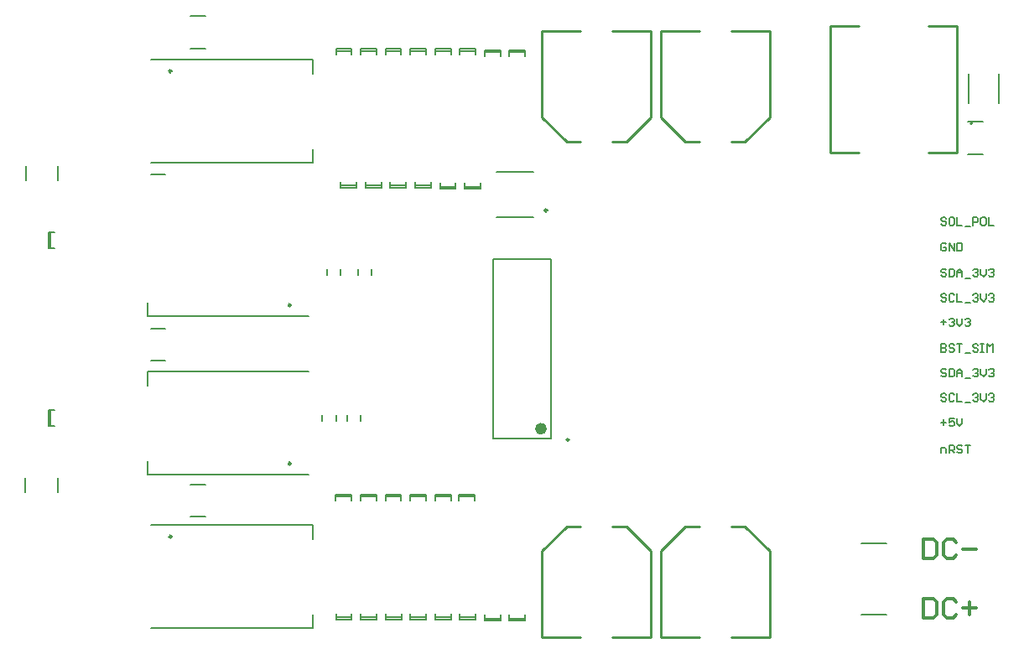
<source format=gto>
G04*
G04 #@! TF.GenerationSoftware,Altium Limited,Altium Designer,18.1.7 (191)*
G04*
G04 Layer_Color=65535*
%FSLAX44Y44*%
%MOMM*%
G71*
G01*
G75*
%ADD10C,0.6000*%
%ADD11C,0.2500*%
%ADD12C,0.2000*%
%ADD13C,0.1270*%
%ADD14C,0.2540*%
%ADD15C,0.2032*%
%ADD16C,0.3000*%
%ADD17C,0.1800*%
D10*
X1257000Y464500D02*
G03*
X1257000Y464500I-3000J0D01*
G01*
D11*
X1282250Y453450D02*
G03*
X1282250Y453450I-1250J0D01*
G01*
X1001420Y589360D02*
G03*
X1001420Y589360I-1250J0D01*
G01*
X881080Y825640D02*
G03*
X881080Y825640I-1250J0D01*
G01*
X1260250Y685000D02*
G03*
X1260250Y685000I-1250J0D01*
G01*
X1001420Y429360D02*
G03*
X1001420Y429360I-1250J0D01*
G01*
X881080Y355640D02*
G03*
X881080Y355640I-1250J0D01*
G01*
X1375000Y779000D02*
Y866000D01*
X1485000Y779000D02*
Y866000D01*
X1375000D02*
X1414000D01*
X1446000D02*
X1485000D01*
X1460000Y754000D02*
X1485000Y779000D01*
X1375000D02*
X1400000Y754000D01*
X1414000D01*
X1446000D02*
X1460000D01*
X1365000Y254000D02*
Y341000D01*
X1255000Y254000D02*
Y341000D01*
X1326000Y254000D02*
X1365000D01*
X1255000D02*
X1294000D01*
X1255000Y341000D02*
X1280000Y366000D01*
X1340000D02*
X1365000Y341000D01*
X1326000Y366000D02*
X1340000D01*
X1280000D02*
X1294000D01*
X1485000Y254000D02*
Y341000D01*
X1375000Y254000D02*
Y341000D01*
X1446000Y254000D02*
X1485000D01*
X1375000D02*
X1414000D01*
X1375000Y341000D02*
X1400000Y366000D01*
X1460000D02*
X1485000Y341000D01*
X1446000Y366000D02*
X1460000D01*
X1400000D02*
X1414000D01*
X1255000Y779000D02*
Y866000D01*
X1365000Y779000D02*
Y866000D01*
X1255000D02*
X1294000D01*
X1326000D02*
X1365000D01*
X1340000Y754000D02*
X1365000Y779000D01*
X1255000D02*
X1280000Y754000D01*
X1294000D01*
X1326000D02*
X1340000D01*
D12*
X1689450Y772800D02*
G03*
X1689450Y772800I-1000J0D01*
G01*
X1206000Y635500D02*
X1264000D01*
X1206000Y454500D02*
X1264000D01*
X1206000D02*
Y635500D01*
X1264000Y454500D02*
Y635500D01*
X856660Y577930D02*
X1019360D01*
X856660D02*
Y591900D01*
X1023340Y732930D02*
Y746900D01*
X860640Y732930D02*
X1023340D01*
X860640Y837070D02*
X1023340D01*
Y823100D02*
Y837070D01*
X860000Y721500D02*
X875000D01*
X1069000Y620000D02*
Y626000D01*
X1083000Y620000D02*
Y626000D01*
X1088000Y842000D02*
Y848000D01*
X1072000Y842000D02*
Y848000D01*
X1088000D01*
X1072000Y846100D02*
X1088000D01*
X1152000Y707000D02*
Y713000D01*
X1168000Y707000D02*
Y713000D01*
X1152000Y707000D02*
X1168000D01*
X1152000Y708900D02*
X1168000D01*
X758900Y647000D02*
Y663000D01*
X757000Y647000D02*
Y663000D01*
Y647000D02*
X763000D01*
X757000Y663000D02*
X763000D01*
X1209000Y724000D02*
X1246000D01*
X1209000Y678000D02*
X1246000D01*
X1685000Y774500D02*
X1700000D01*
X1685000Y742000D02*
X1700000D01*
X1047034Y273948D02*
X1063034D01*
X1047034Y272048D02*
X1063034D01*
Y278048D01*
X1047034Y272048D02*
Y278048D01*
X856660Y508100D02*
Y522070D01*
X1019360D01*
X856660Y417930D02*
X1019360D01*
X856660D02*
Y431900D01*
X1023340Y262930D02*
Y276900D01*
X860640Y262930D02*
X1023340D01*
X860640Y367070D02*
X1023340D01*
Y353100D02*
Y367070D01*
X766500Y715000D02*
Y730000D01*
X734000Y715000D02*
Y730000D01*
X733500Y400000D02*
Y415000D01*
X766000Y400000D02*
Y415000D01*
X900000Y848500D02*
X915000D01*
X900000Y881000D02*
X915000D01*
X860000Y565500D02*
X875000D01*
X860000Y533000D02*
X875000D01*
X900000Y375500D02*
X915000D01*
X900000Y408000D02*
X915000D01*
X1047000Y472000D02*
Y478000D01*
X1033000Y472000D02*
Y478000D01*
X1038000Y620000D02*
Y626000D01*
X1052000Y620000D02*
Y626000D01*
X1072000Y472000D02*
Y478000D01*
X1058000Y472000D02*
Y478000D01*
X1222000Y271000D02*
Y277000D01*
X1238000Y271000D02*
Y277000D01*
X1222000Y271000D02*
X1238000D01*
X1222000Y272900D02*
X1238000D01*
X1062968Y391952D02*
Y397952D01*
X1046968Y391952D02*
Y397952D01*
X1062968D01*
X1046968Y396052D02*
X1062968D01*
X1087968Y391952D02*
Y397952D01*
X1071968Y391952D02*
Y397952D01*
X1087968D01*
X1071968Y396052D02*
X1087968D01*
X1137967Y391952D02*
Y397952D01*
X1121967Y391952D02*
Y397952D01*
X1137967D01*
X1121967Y396052D02*
X1137967D01*
X1113000Y842000D02*
Y848000D01*
X1097000Y842000D02*
Y848000D01*
X1113000D01*
X1097000Y846100D02*
X1113000D01*
X1063000Y842000D02*
Y848000D01*
X1047000Y842000D02*
Y848000D01*
X1063000D01*
X1047000Y846100D02*
X1063000D01*
X1187000Y392000D02*
Y398000D01*
X1171000Y392000D02*
Y398000D01*
X1187000D01*
X1171000Y396100D02*
X1187000D01*
X1177000Y707000D02*
Y713000D01*
X1193000Y707000D02*
Y713000D01*
X1177000Y707000D02*
X1193000D01*
X1177000Y708900D02*
X1193000D01*
X1112968Y391952D02*
Y397952D01*
X1096967Y391952D02*
Y397952D01*
X1112968D01*
X1096967Y396052D02*
X1112968D01*
X1197000Y271000D02*
Y277000D01*
X1213000Y271000D02*
Y277000D01*
X1197000Y271000D02*
X1213000D01*
X1197000Y272900D02*
X1213000D01*
X1162967Y391952D02*
Y397952D01*
X1146967Y391952D02*
Y397952D01*
X1162967D01*
X1146967Y396052D02*
X1162967D01*
X1172000Y272000D02*
Y278000D01*
X1188000Y272000D02*
Y278000D01*
X1172000Y272000D02*
X1188000D01*
X1172000Y273900D02*
X1188000D01*
X1147033Y272048D02*
Y278048D01*
X1163034Y272048D02*
Y278048D01*
X1147033Y272048D02*
X1163034D01*
X1147033Y273948D02*
X1163034D01*
X1122034Y272048D02*
Y278048D01*
X1138034Y272048D02*
Y278048D01*
X1122034Y272048D02*
X1138034D01*
X1122034Y273948D02*
X1138034D01*
X1097034Y272048D02*
Y278048D01*
X1113034Y272048D02*
Y278048D01*
X1097034Y272048D02*
X1113034D01*
X1097034Y273948D02*
X1113034D01*
X758900Y467000D02*
Y483000D01*
X757000Y467000D02*
Y483000D01*
Y467000D02*
X763000D01*
X757000Y483000D02*
X763000D01*
X1072034Y272048D02*
Y278048D01*
X1088034Y272048D02*
Y278048D01*
X1072034Y272048D02*
X1088034D01*
X1072034Y273948D02*
X1088034D01*
X1138000Y842000D02*
Y848000D01*
X1122000Y842000D02*
Y848000D01*
X1138000D01*
X1122000Y846100D02*
X1138000D01*
X1163000Y842000D02*
Y848000D01*
X1147000Y842000D02*
Y848000D01*
X1163000D01*
X1147000Y846100D02*
X1163000D01*
X1188000Y842000D02*
Y848000D01*
X1172000Y842000D02*
Y848000D01*
X1188000D01*
X1172000Y846100D02*
X1188000D01*
X1127000Y708000D02*
Y714000D01*
X1143000Y708000D02*
Y714000D01*
X1127000Y708000D02*
X1143000D01*
X1127000Y709900D02*
X1143000D01*
X1102000Y708000D02*
Y714000D01*
X1118000Y708000D02*
Y714000D01*
X1102000Y708000D02*
X1118000D01*
X1102000Y709900D02*
X1118000D01*
X1077000Y708000D02*
Y714000D01*
X1093000Y708000D02*
Y714000D01*
X1077000Y708000D02*
X1093000D01*
X1077000Y709900D02*
X1093000D01*
X1052000Y708000D02*
Y714000D01*
X1068000Y708000D02*
Y714000D01*
X1052000Y708000D02*
X1068000D01*
X1052000Y709900D02*
X1068000D01*
X1213000Y841000D02*
Y847000D01*
X1197000Y841000D02*
Y847000D01*
X1213000D01*
X1197000Y845100D02*
X1213000D01*
X1237966Y840952D02*
Y846952D01*
X1221966Y840952D02*
Y846952D01*
X1237966D01*
X1221966Y845052D02*
X1237966D01*
D13*
X1685650Y793000D02*
Y823000D01*
X1716350Y793000D02*
Y823000D01*
D14*
X1645000Y871000D02*
X1674000D01*
Y743000D02*
Y871000D01*
X1645000Y743000D02*
X1674000D01*
X1546000Y871000D02*
X1575000D01*
X1546000Y743000D02*
Y871000D01*
Y743000D02*
X1575000D01*
D15*
X1577000Y348500D02*
X1603000D01*
X1577000Y276500D02*
X1603000D01*
D16*
X1640129Y273208D02*
Y293202D01*
X1650126D01*
X1653458Y289869D01*
Y276540D01*
X1650126Y273208D01*
X1640129D01*
X1673452Y276540D02*
X1670119Y273208D01*
X1663455D01*
X1660123Y276540D01*
Y289869D01*
X1663455Y293202D01*
X1670119D01*
X1673452Y289869D01*
X1680116Y283205D02*
X1693445D01*
X1686781Y276540D02*
Y289869D01*
X1640129Y333208D02*
Y353202D01*
X1650126D01*
X1653458Y349869D01*
Y336540D01*
X1650126Y333208D01*
X1640129D01*
X1673452Y336540D02*
X1670119Y333208D01*
X1663455D01*
X1660123Y336540D01*
Y349869D01*
X1663455Y353202D01*
X1670119D01*
X1673452Y349869D01*
X1680116Y343205D02*
X1693445D01*
D17*
X1663332Y676665D02*
X1661999Y677997D01*
X1659333D01*
X1658000Y676665D01*
Y675332D01*
X1659333Y673999D01*
X1661999D01*
X1663332Y672666D01*
Y671333D01*
X1661999Y670000D01*
X1659333D01*
X1658000Y671333D01*
X1669996Y677997D02*
X1667330D01*
X1665997Y676665D01*
Y671333D01*
X1667330Y670000D01*
X1669996D01*
X1671329Y671333D01*
Y676665D01*
X1669996Y677997D01*
X1673995D02*
Y670000D01*
X1679326D01*
X1681992Y668667D02*
X1687324D01*
X1689990Y670000D02*
Y677997D01*
X1693988D01*
X1695321Y676665D01*
Y673999D01*
X1693988Y672666D01*
X1689990D01*
X1701986Y677997D02*
X1699320D01*
X1697987Y676665D01*
Y671333D01*
X1699320Y670000D01*
X1701986D01*
X1703319Y671333D01*
Y676665D01*
X1701986Y677997D01*
X1705984D02*
Y670000D01*
X1711316D01*
X1658000Y440000D02*
Y445332D01*
X1661999D01*
X1663332Y443999D01*
Y440000D01*
X1665997D02*
Y447997D01*
X1669996D01*
X1671329Y446665D01*
Y443999D01*
X1669996Y442666D01*
X1665997D01*
X1668663D02*
X1671329Y440000D01*
X1679326Y446665D02*
X1677993Y447997D01*
X1675328D01*
X1673995Y446665D01*
Y445332D01*
X1675328Y443999D01*
X1677993D01*
X1679326Y442666D01*
Y441333D01*
X1677993Y440000D01*
X1675328D01*
X1673995Y441333D01*
X1681992Y447997D02*
X1687324D01*
X1684658D01*
Y440000D01*
X1658000Y549997D02*
Y542000D01*
X1661999D01*
X1663332Y543333D01*
Y544666D01*
X1661999Y545999D01*
X1658000D01*
X1661999D01*
X1663332Y547332D01*
Y548665D01*
X1661999Y549997D01*
X1658000D01*
X1671329Y548665D02*
X1669996Y549997D01*
X1667330D01*
X1665997Y548665D01*
Y547332D01*
X1667330Y545999D01*
X1669996D01*
X1671329Y544666D01*
Y543333D01*
X1669996Y542000D01*
X1667330D01*
X1665997Y543333D01*
X1673995Y549997D02*
X1679326D01*
X1676661D01*
Y542000D01*
X1681992Y540667D02*
X1687324D01*
X1695321Y548665D02*
X1693988Y549997D01*
X1691323D01*
X1689990Y548665D01*
Y547332D01*
X1691323Y545999D01*
X1693988D01*
X1695321Y544666D01*
Y543333D01*
X1693988Y542000D01*
X1691323D01*
X1689990Y543333D01*
X1697987Y549997D02*
X1700653D01*
X1699320D01*
Y542000D01*
X1697987D01*
X1700653D01*
X1704652D02*
Y549997D01*
X1707317Y547332D01*
X1709983Y549997D01*
Y542000D01*
X1658000Y571999D02*
X1663332D01*
X1660666Y574664D02*
Y569333D01*
X1665997Y574664D02*
X1667330Y575997D01*
X1669996D01*
X1671329Y574664D01*
Y573332D01*
X1669996Y571999D01*
X1668663D01*
X1669996D01*
X1671329Y570666D01*
Y569333D01*
X1669996Y568000D01*
X1667330D01*
X1665997Y569333D01*
X1673995Y575997D02*
Y570666D01*
X1676661Y568000D01*
X1679326Y570666D01*
Y575997D01*
X1681992Y574664D02*
X1683325Y575997D01*
X1685991D01*
X1687324Y574664D01*
Y573332D01*
X1685991Y571999D01*
X1684658D01*
X1685991D01*
X1687324Y570666D01*
Y569333D01*
X1685991Y568000D01*
X1683325D01*
X1681992Y569333D01*
X1663332Y498665D02*
X1661999Y499997D01*
X1659333D01*
X1658000Y498665D01*
Y497332D01*
X1659333Y495999D01*
X1661999D01*
X1663332Y494666D01*
Y493333D01*
X1661999Y492000D01*
X1659333D01*
X1658000Y493333D01*
X1671329Y498665D02*
X1669996Y499997D01*
X1667330D01*
X1665997Y498665D01*
Y493333D01*
X1667330Y492000D01*
X1669996D01*
X1671329Y493333D01*
X1673995Y499997D02*
Y492000D01*
X1679326D01*
X1681992Y490667D02*
X1687324D01*
X1689990Y498665D02*
X1691323Y499997D01*
X1693988D01*
X1695321Y498665D01*
Y497332D01*
X1693988Y495999D01*
X1692655D01*
X1693988D01*
X1695321Y494666D01*
Y493333D01*
X1693988Y492000D01*
X1691323D01*
X1689990Y493333D01*
X1697987Y499997D02*
Y494666D01*
X1700653Y492000D01*
X1703319Y494666D01*
Y499997D01*
X1705984Y498665D02*
X1707317Y499997D01*
X1709983D01*
X1711316Y498665D01*
Y497332D01*
X1709983Y495999D01*
X1708650D01*
X1709983D01*
X1711316Y494666D01*
Y493333D01*
X1709983Y492000D01*
X1707317D01*
X1705984Y493333D01*
X1663332Y650665D02*
X1661999Y651997D01*
X1659333D01*
X1658000Y650665D01*
Y645333D01*
X1659333Y644000D01*
X1661999D01*
X1663332Y645333D01*
Y647999D01*
X1660666D01*
X1665997Y644000D02*
Y651997D01*
X1671329Y644000D01*
Y651997D01*
X1673995D02*
Y644000D01*
X1677993D01*
X1679326Y645333D01*
Y650665D01*
X1677993Y651997D01*
X1673995D01*
X1658000Y470999D02*
X1663332D01*
X1660666Y473665D02*
Y468333D01*
X1671329Y474997D02*
X1665997D01*
Y470999D01*
X1668663Y472332D01*
X1669996D01*
X1671329Y470999D01*
Y468333D01*
X1669996Y467000D01*
X1667330D01*
X1665997Y468333D01*
X1673995Y474997D02*
Y469666D01*
X1676661Y467000D01*
X1679326Y469666D01*
Y474997D01*
X1663332Y599664D02*
X1661999Y600997D01*
X1659333D01*
X1658000Y599664D01*
Y598332D01*
X1659333Y596999D01*
X1661999D01*
X1663332Y595666D01*
Y594333D01*
X1661999Y593000D01*
X1659333D01*
X1658000Y594333D01*
X1671329Y599664D02*
X1669996Y600997D01*
X1667330D01*
X1665997Y599664D01*
Y594333D01*
X1667330Y593000D01*
X1669996D01*
X1671329Y594333D01*
X1673995Y600997D02*
Y593000D01*
X1679326D01*
X1681992Y591667D02*
X1687324D01*
X1689990Y599664D02*
X1691323Y600997D01*
X1693988D01*
X1695321Y599664D01*
Y598332D01*
X1693988Y596999D01*
X1692655D01*
X1693988D01*
X1695321Y595666D01*
Y594333D01*
X1693988Y593000D01*
X1691323D01*
X1689990Y594333D01*
X1697987Y600997D02*
Y595666D01*
X1700653Y593000D01*
X1703319Y595666D01*
Y600997D01*
X1705984Y599664D02*
X1707317Y600997D01*
X1709983D01*
X1711316Y599664D01*
Y598332D01*
X1709983Y596999D01*
X1708650D01*
X1709983D01*
X1711316Y595666D01*
Y594333D01*
X1709983Y593000D01*
X1707317D01*
X1705984Y594333D01*
X1663332Y624664D02*
X1661999Y625997D01*
X1659333D01*
X1658000Y624664D01*
Y623332D01*
X1659333Y621999D01*
X1661999D01*
X1663332Y620666D01*
Y619333D01*
X1661999Y618000D01*
X1659333D01*
X1658000Y619333D01*
X1665997Y625997D02*
Y618000D01*
X1669996D01*
X1671329Y619333D01*
Y624664D01*
X1669996Y625997D01*
X1665997D01*
X1673995Y618000D02*
Y623332D01*
X1676661Y625997D01*
X1679326Y623332D01*
Y618000D01*
Y621999D01*
X1673995D01*
X1681992Y616667D02*
X1687324D01*
X1689990Y624664D02*
X1691323Y625997D01*
X1693988D01*
X1695321Y624664D01*
Y623332D01*
X1693988Y621999D01*
X1692655D01*
X1693988D01*
X1695321Y620666D01*
Y619333D01*
X1693988Y618000D01*
X1691323D01*
X1689990Y619333D01*
X1697987Y625997D02*
Y620666D01*
X1700653Y618000D01*
X1703319Y620666D01*
Y625997D01*
X1705984Y624664D02*
X1707317Y625997D01*
X1709983D01*
X1711316Y624664D01*
Y623332D01*
X1709983Y621999D01*
X1708650D01*
X1709983D01*
X1711316Y620666D01*
Y619333D01*
X1709983Y618000D01*
X1707317D01*
X1705984Y619333D01*
X1663332Y523665D02*
X1661999Y524997D01*
X1659333D01*
X1658000Y523665D01*
Y522332D01*
X1659333Y520999D01*
X1661999D01*
X1663332Y519666D01*
Y518333D01*
X1661999Y517000D01*
X1659333D01*
X1658000Y518333D01*
X1665997Y524997D02*
Y517000D01*
X1669996D01*
X1671329Y518333D01*
Y523665D01*
X1669996Y524997D01*
X1665997D01*
X1673995Y517000D02*
Y522332D01*
X1676661Y524997D01*
X1679326Y522332D01*
Y517000D01*
Y520999D01*
X1673995D01*
X1681992Y515667D02*
X1687324D01*
X1689990Y523665D02*
X1691323Y524997D01*
X1693988D01*
X1695321Y523665D01*
Y522332D01*
X1693988Y520999D01*
X1692655D01*
X1693988D01*
X1695321Y519666D01*
Y518333D01*
X1693988Y517000D01*
X1691323D01*
X1689990Y518333D01*
X1697987Y524997D02*
Y519666D01*
X1700653Y517000D01*
X1703319Y519666D01*
Y524997D01*
X1705984Y523665D02*
X1707317Y524997D01*
X1709983D01*
X1711316Y523665D01*
Y522332D01*
X1709983Y520999D01*
X1708650D01*
X1709983D01*
X1711316Y519666D01*
Y518333D01*
X1709983Y517000D01*
X1707317D01*
X1705984Y518333D01*
M02*

</source>
